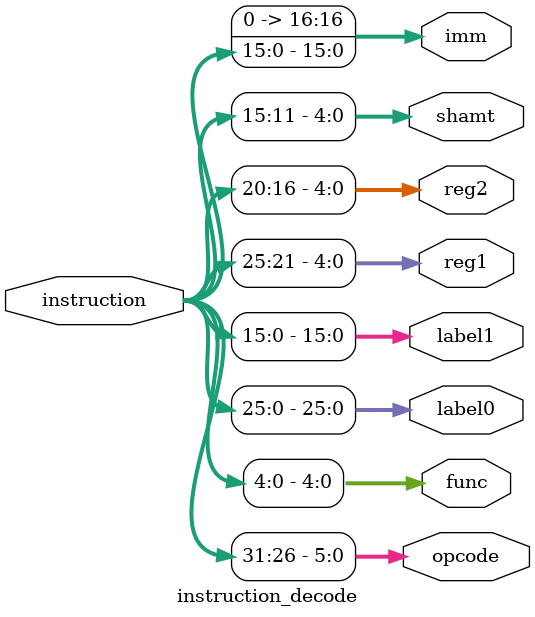
<source format=v>
module instruction_decode (
    input [31:0] instruction,
    output [5:0] opcode,
    output [4:0] func,
    output [25:0] label0,
    output [15:0] label1,
    output [4:0] reg1,
    output [4:0] reg2,
    output [4:0] shamt,
    output [16:0] imm
);

    assign opcode = instruction[31:26];
    assign func = instruction[4:0];
    assign label0 = instruction[25:0];
    assign label1 = instruction[15:0];
    assign reg1 = instruction[25:21];
    assign reg2 = instruction[20:16];
    assign shamt = instruction[15:11];
    assign imm = instruction[15:0];
    
endmodule
</source>
